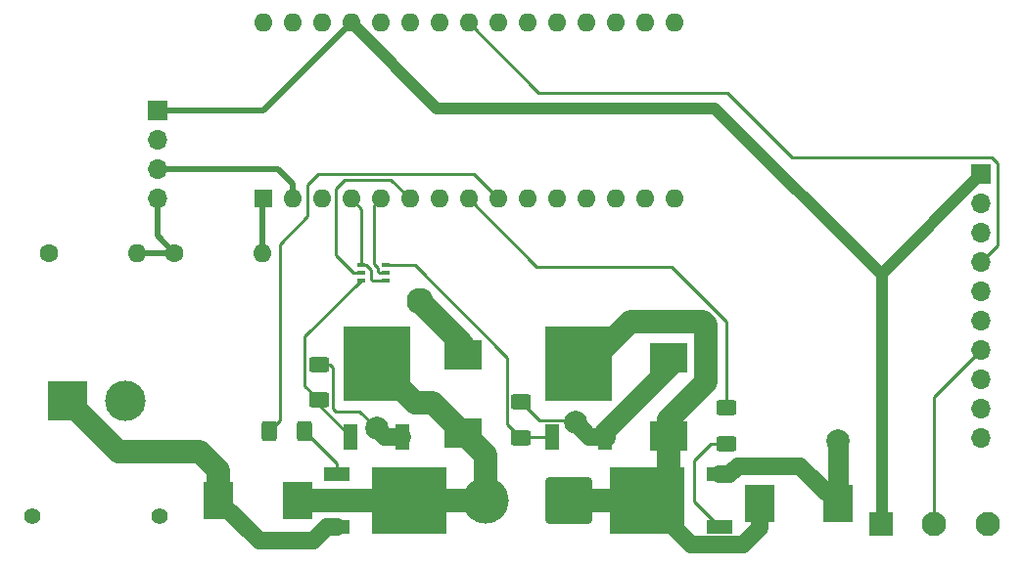
<source format=gbr>
%TF.GenerationSoftware,KiCad,Pcbnew,6.0.7*%
%TF.CreationDate,2023-02-15T11:14:21-05:00*%
%TF.ProjectId,Actuator Driver,41637475-6174-46f7-9220-447269766572,rev?*%
%TF.SameCoordinates,Original*%
%TF.FileFunction,Copper,L1,Top*%
%TF.FilePolarity,Positive*%
%FSLAX46Y46*%
G04 Gerber Fmt 4.6, Leading zero omitted, Abs format (unit mm)*
G04 Created by KiCad (PCBNEW 6.0.7) date 2023-02-15 11:14:21*
%MOMM*%
%LPD*%
G01*
G04 APERTURE LIST*
G04 Aperture macros list*
%AMRoundRect*
0 Rectangle with rounded corners*
0 $1 Rounding radius*
0 $2 $3 $4 $5 $6 $7 $8 $9 X,Y pos of 4 corners*
0 Add a 4 corners polygon primitive as box body*
4,1,4,$2,$3,$4,$5,$6,$7,$8,$9,$2,$3,0*
0 Add four circle primitives for the rounded corners*
1,1,$1+$1,$2,$3*
1,1,$1+$1,$4,$5*
1,1,$1+$1,$6,$7*
1,1,$1+$1,$8,$9*
0 Add four rect primitives between the rounded corners*
20,1,$1+$1,$2,$3,$4,$5,0*
20,1,$1+$1,$4,$5,$6,$7,0*
20,1,$1+$1,$6,$7,$8,$9,0*
20,1,$1+$1,$8,$9,$2,$3,0*%
G04 Aperture macros list end*
%TA.AperFunction,SMDPad,CuDef*%
%ADD10R,2.200000X1.200000*%
%TD*%
%TA.AperFunction,SMDPad,CuDef*%
%ADD11R,6.400000X5.800000*%
%TD*%
%TA.AperFunction,ComponentPad*%
%ADD12C,1.600000*%
%TD*%
%TA.AperFunction,ComponentPad*%
%ADD13O,1.600000X1.600000*%
%TD*%
%TA.AperFunction,SMDPad,CuDef*%
%ADD14RoundRect,0.250000X0.625000X-0.400000X0.625000X0.400000X-0.625000X0.400000X-0.625000X-0.400000X0*%
%TD*%
%TA.AperFunction,SMDPad,CuDef*%
%ADD15R,3.300000X2.500000*%
%TD*%
%TA.AperFunction,SMDPad,CuDef*%
%ADD16R,2.500000X3.300000*%
%TD*%
%TA.AperFunction,ComponentPad*%
%ADD17C,1.400000*%
%TD*%
%TA.AperFunction,ComponentPad*%
%ADD18R,3.500000X3.500000*%
%TD*%
%TA.AperFunction,ComponentPad*%
%ADD19C,3.500000*%
%TD*%
%TA.AperFunction,SMDPad,CuDef*%
%ADD20RoundRect,0.250000X-0.625000X0.400000X-0.625000X-0.400000X0.625000X-0.400000X0.625000X0.400000X0*%
%TD*%
%TA.AperFunction,ComponentPad*%
%ADD21R,1.700000X1.700000*%
%TD*%
%TA.AperFunction,ComponentPad*%
%ADD22O,1.700000X1.700000*%
%TD*%
%TA.AperFunction,ComponentPad*%
%ADD23RoundRect,0.250001X-0.799999X-0.799999X0.799999X-0.799999X0.799999X0.799999X-0.799999X0.799999X0*%
%TD*%
%TA.AperFunction,ComponentPad*%
%ADD24C,2.100000*%
%TD*%
%TA.AperFunction,ComponentPad*%
%ADD25RoundRect,0.250000X1.750000X1.750000X-1.750000X1.750000X-1.750000X-1.750000X1.750000X-1.750000X0*%
%TD*%
%TA.AperFunction,ComponentPad*%
%ADD26C,4.000000*%
%TD*%
%TA.AperFunction,ComponentPad*%
%ADD27R,1.600000X1.600000*%
%TD*%
%TA.AperFunction,SMDPad,CuDef*%
%ADD28R,1.200000X2.200000*%
%TD*%
%TA.AperFunction,SMDPad,CuDef*%
%ADD29R,5.800000X6.400000*%
%TD*%
%TA.AperFunction,SMDPad,CuDef*%
%ADD30RoundRect,0.250000X0.400000X0.625000X-0.400000X0.625000X-0.400000X-0.625000X0.400000X-0.625000X0*%
%TD*%
%TA.AperFunction,SMDPad,CuDef*%
%ADD31R,0.782500X0.355600*%
%TD*%
%TA.AperFunction,ViaPad*%
%ADD32C,2.000000*%
%TD*%
%TA.AperFunction,ViaPad*%
%ADD33C,2.300000*%
%TD*%
%TA.AperFunction,Conductor*%
%ADD34C,0.250000*%
%TD*%
%TA.AperFunction,Conductor*%
%ADD35C,1.500000*%
%TD*%
%TA.AperFunction,Conductor*%
%ADD36C,2.000000*%
%TD*%
%TA.AperFunction,Conductor*%
%ADD37C,1.800000*%
%TD*%
%TA.AperFunction,Conductor*%
%ADD38C,0.500000*%
%TD*%
%TA.AperFunction,Conductor*%
%ADD39C,1.000000*%
%TD*%
G04 APERTURE END LIST*
D10*
%TO.P,Q3,1,G*%
%TO.N,Net-(Q3-Pad1)*%
X166950000Y-132030000D03*
D11*
%TO.P,Q3,2,D*%
%TO.N,Net-(D1-Pad2)*%
X160650000Y-129750000D03*
D10*
%TO.P,Q3,3,S*%
%TO.N,GND*%
X166950000Y-127470000D03*
%TD*%
D12*
%TO.P,R5,1*%
%TO.N,Net-(MD1-Pad)*%
X119790000Y-108300000D03*
D13*
%TO.P,R5,2*%
%TO.N,Net-(A1-Pad1)*%
X127410000Y-108300000D03*
%TD*%
D14*
%TO.P,R1,1*%
%TO.N,Net-(Q1-Pad1)*%
X149750000Y-124300000D03*
%TO.P,R1,2*%
%TO.N,+12V*%
X149750000Y-121200000D03*
%TD*%
D15*
%TO.P,D1,1,K*%
%TO.N,+12V*%
X162500000Y-117350000D03*
%TO.P,D1,2,A*%
%TO.N,Net-(D1-Pad2)*%
X162500000Y-124150000D03*
%TD*%
D16*
%TO.P,D3,1,K*%
%TO.N,Net-(D1-Pad2)*%
X170350000Y-130000000D03*
%TO.P,D3,2,A*%
%TO.N,GND*%
X177150000Y-130000000D03*
%TD*%
D17*
%TO.P,PWRIN,*%
%TO.N,*%
X107500000Y-131075000D03*
X118500000Y-131075000D03*
D18*
%TO.P,PWRIN,1*%
%TO.N,GND*%
X110500000Y-121075000D03*
D19*
%TO.P,PWRIN,2*%
%TO.N,+12V*%
X115500000Y-121075000D03*
%TD*%
D15*
%TO.P,D2,1,K*%
%TO.N,+12V*%
X144750000Y-117100000D03*
%TO.P,D2,2,A*%
%TO.N,Net-(D2-Pad2)*%
X144750000Y-123900000D03*
%TD*%
D12*
%TO.P,R6,1*%
%TO.N,GND*%
X108890000Y-108300000D03*
D13*
%TO.P,R6,2*%
%TO.N,Net-(MD1-Pad)*%
X116510000Y-108300000D03*
%TD*%
D20*
%TO.P,R2,1*%
%TO.N,+12V*%
X132250000Y-117950000D03*
%TO.P,R2,2*%
%TO.N,Net-(Q2-Pad1)*%
X132250000Y-121050000D03*
%TD*%
D21*
%TO.P,Transmitter,1*%
%TO.N,Net-(A1-Pad27)*%
X118320000Y-95940000D03*
D22*
%TO.P,Transmitter,2*%
%TO.N,GND*%
X118320000Y-98480000D03*
%TO.P,Transmitter,3*%
%TO.N,Net-(A1-Pad2)*%
X118320000Y-101020000D03*
%TO.P,Transmitter,4*%
%TO.N,Net-(MD1-Pad)*%
X118320000Y-103560000D03*
%TD*%
D20*
%TO.P,R3,1*%
%TO.N,Net-(A1-Pad8)*%
X167500000Y-121700000D03*
%TO.P,R3,2*%
%TO.N,Net-(Q3-Pad1)*%
X167500000Y-124800000D03*
%TD*%
D23*
%TO.P,RV1,1,1*%
%TO.N,Net-(A1-Pad27)*%
X180900000Y-131750000D03*
D24*
%TO.P,RV1,2,2*%
%TO.N,Net-(MD2-Pad7)*%
X185500000Y-131750000D03*
%TO.P,RV1,3,3*%
%TO.N,GND*%
X190100000Y-131750000D03*
%TD*%
D25*
%TO.P,M1,1,+*%
%TO.N,Net-(D1-Pad2)*%
X153850000Y-129750000D03*
D26*
%TO.P,M1,2,-*%
%TO.N,Net-(D2-Pad2)*%
X146650000Y-129750000D03*
%TD*%
D27*
%TO.P,A1,1,TX1*%
%TO.N,Net-(A1-Pad1)*%
X127450000Y-103610000D03*
D13*
%TO.P,A1,2,RX1*%
%TO.N,Net-(A1-Pad2)*%
X129990000Y-103610000D03*
%TO.P,A1,3,~{RESET}*%
%TO.N,unconnected-(A1-Pad3)*%
X132530000Y-103610000D03*
%TO.P,A1,4,GND*%
%TO.N,GND*%
X135070000Y-103610000D03*
%TO.P,A1,5,D2*%
%TO.N,Net-(A1-Pad5)*%
X137610000Y-103610000D03*
%TO.P,A1,6,D3*%
%TO.N,Net-(A1-Pad6)*%
X140150000Y-103610000D03*
%TO.P,A1,7,D4*%
%TO.N,unconnected-(A1-Pad7)*%
X142690000Y-103610000D03*
%TO.P,A1,8,D5*%
%TO.N,Net-(A1-Pad8)*%
X145230000Y-103610000D03*
%TO.P,A1,9,D6*%
%TO.N,Net-(A1-Pad9)*%
X147770000Y-103610000D03*
%TO.P,A1,10,D7*%
%TO.N,unconnected-(A1-Pad10)*%
X150310000Y-103610000D03*
%TO.P,A1,11,D8*%
%TO.N,unconnected-(A1-Pad11)*%
X152850000Y-103610000D03*
%TO.P,A1,12,D9*%
%TO.N,unconnected-(A1-Pad12)*%
X155390000Y-103610000D03*
%TO.P,A1,13,D10*%
%TO.N,unconnected-(A1-Pad13)*%
X157930000Y-103610000D03*
%TO.P,A1,14,MOSI*%
%TO.N,unconnected-(A1-Pad14)*%
X160470000Y-103610000D03*
%TO.P,A1,15,MISO*%
%TO.N,unconnected-(A1-Pad15)*%
X163010000Y-103610000D03*
%TO.P,A1,16,SCK*%
%TO.N,unconnected-(A1-Pad16)*%
X163010000Y-88370000D03*
%TO.P,A1,17,3V3*%
%TO.N,unconnected-(A1-Pad17)*%
X160470000Y-88370000D03*
%TO.P,A1,18,AREF*%
%TO.N,unconnected-(A1-Pad18)*%
X157930000Y-88370000D03*
%TO.P,A1,19,A0*%
%TO.N,unconnected-(A1-Pad19)*%
X155390000Y-88370000D03*
%TO.P,A1,20,A1*%
%TO.N,unconnected-(A1-Pad20)*%
X152850000Y-88370000D03*
%TO.P,A1,21,A2*%
%TO.N,unconnected-(A1-Pad21)*%
X150310000Y-88370000D03*
%TO.P,A1,22,A3*%
%TO.N,unconnected-(A1-Pad22)*%
X147770000Y-88370000D03*
%TO.P,A1,23,SDA/A4*%
%TO.N,Net-(A1-Pad23)*%
X145230000Y-88370000D03*
%TO.P,A1,24,SCL/A5*%
%TO.N,Net-(A1-Pad24)*%
X142690000Y-88370000D03*
%TO.P,A1,25,A6*%
%TO.N,unconnected-(A1-Pad25)*%
X140150000Y-88370000D03*
%TO.P,A1,26,A7*%
%TO.N,unconnected-(A1-Pad26)*%
X137610000Y-88370000D03*
%TO.P,A1,27,+5V*%
%TO.N,Net-(A1-Pad27)*%
X135070000Y-88370000D03*
%TO.P,A1,28,~{RESET}*%
%TO.N,unconnected-(A1-Pad28)*%
X132530000Y-88370000D03*
%TO.P,A1,29,GND*%
%TO.N,GND*%
X129990000Y-88370000D03*
%TO.P,A1,30,VIN*%
%TO.N,+12V*%
X127450000Y-88370000D03*
%TD*%
D28*
%TO.P,Q2,1,G*%
%TO.N,Net-(Q2-Pad1)*%
X134970000Y-124200000D03*
D29*
%TO.P,Q2,2,D*%
%TO.N,Net-(D2-Pad2)*%
X137250000Y-117900000D03*
D28*
%TO.P,Q2,3,S*%
%TO.N,+12V*%
X139530000Y-124200000D03*
%TD*%
D30*
%TO.P,R4,1*%
%TO.N,Net-(Q4-Pad1)*%
X131050000Y-123750000D03*
%TO.P,R4,2*%
%TO.N,Net-(A1-Pad9)*%
X127950000Y-123750000D03*
%TD*%
D21*
%TO.P,MD2,1,VDD*%
%TO.N,Net-(A1-Pad27)*%
X189525000Y-101500000D03*
D22*
%TO.P,MD2,2,GND*%
%TO.N,GND*%
X189525000Y-104040000D03*
%TO.P,MD2,3,SCL*%
%TO.N,Net-(A1-Pad24)*%
X189525000Y-106580000D03*
%TO.P,MD2,4,SDA*%
%TO.N,Net-(A1-Pad23)*%
X189525000Y-109120000D03*
%TO.P,MD2,5,ADDR*%
%TO.N,unconnected-(MD2-Pad5)*%
X189525000Y-111660000D03*
%TO.P,MD2,6,ALERT*%
%TO.N,unconnected-(MD2-Pad6)*%
X189525000Y-114200000D03*
%TO.P,MD2,7,A0*%
%TO.N,Net-(MD2-Pad7)*%
X189525000Y-116740000D03*
%TO.P,MD2,8,A1*%
%TO.N,GND*%
X189525000Y-119280000D03*
%TO.P,MD2,9,A2*%
%TO.N,unconnected-(MD2-Pad9)*%
X189525000Y-121820000D03*
%TO.P,MD2,10,A3*%
%TO.N,unconnected-(MD2-Pad10)*%
X189525000Y-124360000D03*
%TD*%
D16*
%TO.P,D4,1,K*%
%TO.N,Net-(D2-Pad2)*%
X130400000Y-129750000D03*
%TO.P,D4,2,A*%
%TO.N,GND*%
X123600000Y-129750000D03*
%TD*%
D28*
%TO.P,Q1,1,G*%
%TO.N,Net-(Q1-Pad1)*%
X152470000Y-124200000D03*
D29*
%TO.P,Q1,2,D*%
%TO.N,Net-(D1-Pad2)*%
X154750000Y-117900000D03*
D28*
%TO.P,Q1,3,S*%
%TO.N,+12V*%
X157030000Y-124200000D03*
%TD*%
D10*
%TO.P,Q4,1,G*%
%TO.N,Net-(Q4-Pad1)*%
X133800000Y-127470000D03*
D11*
%TO.P,Q4,2,D*%
%TO.N,Net-(D2-Pad2)*%
X140100000Y-129750000D03*
D10*
%TO.P,Q4,3,S*%
%TO.N,GND*%
X133800000Y-132030000D03*
%TD*%
D31*
%TO.P,U1,1,1*%
%TO.N,GND*%
X138064349Y-110649999D03*
%TO.P,U1,2,2*%
%TO.N,Net-(A1-Pad5)*%
X138064349Y-110000000D03*
%TO.P,U1,3,3*%
%TO.N,Net-(Q1-Pad1)*%
X138064349Y-109350001D03*
%TO.P,U1,4,4*%
%TO.N,GND*%
X135935651Y-109350001D03*
%TO.P,U1,5,5*%
%TO.N,Net-(A1-Pad6)*%
X135935651Y-110000000D03*
%TO.P,U1,6,6*%
%TO.N,Net-(Q2-Pad1)*%
X135935651Y-110649999D03*
%TD*%
D32*
%TO.N,GND*%
X177150000Y-124590000D03*
%TO.N,+12V*%
X137250000Y-123500000D03*
D33*
X141000000Y-112500000D03*
D32*
X154500000Y-123000000D03*
%TD*%
D34*
%TO.N,GND*%
X136899999Y-110649999D02*
X138064349Y-110649999D01*
X135935651Y-104475651D02*
X135070000Y-103610000D01*
X136350001Y-109350001D02*
X136750000Y-109750000D01*
D35*
X173900000Y-126750000D02*
X177150000Y-130000000D01*
X167780000Y-127470000D02*
X168500000Y-126750000D01*
X166950000Y-127470000D02*
X167780000Y-127470000D01*
X127100000Y-133250000D02*
X123600000Y-129750000D01*
D36*
X123600000Y-127100000D02*
X122000000Y-125500000D01*
D34*
X135935651Y-109350001D02*
X136350001Y-109350001D01*
X135935651Y-109350001D02*
X135935651Y-104475651D01*
D37*
X177150000Y-124590000D02*
X177150000Y-130000000D01*
D35*
X132970000Y-132030000D02*
X131750000Y-133250000D01*
X133800000Y-132030000D02*
X132970000Y-132030000D01*
X168500000Y-126750000D02*
X173900000Y-126750000D01*
D36*
X114925000Y-125500000D02*
X110500000Y-121075000D01*
D34*
X136750000Y-110500000D02*
X136899999Y-110649999D01*
D35*
X131750000Y-133250000D02*
X127100000Y-133250000D01*
D36*
X122000000Y-125500000D02*
X114925000Y-125500000D01*
X123600000Y-129750000D02*
X123600000Y-127100000D01*
D34*
X136750000Y-109750000D02*
X136750000Y-110500000D01*
%TO.N,Net-(A1-Pad5)*%
X137348099Y-109852801D02*
X137348099Y-109598099D01*
X137000000Y-104220000D02*
X137610000Y-103610000D01*
X137495298Y-110000000D02*
X137348099Y-109852801D01*
X137000000Y-109250000D02*
X137000000Y-104220000D01*
X137348099Y-109598099D02*
X137000000Y-109250000D01*
X138064349Y-110000000D02*
X137495298Y-110000000D01*
%TO.N,Net-(A1-Pad6)*%
X135294401Y-110000000D02*
X133750000Y-108455599D01*
X135935651Y-110000000D02*
X135294401Y-110000000D01*
X133750000Y-102750000D02*
X134526443Y-101973557D01*
X134526443Y-101973557D02*
X138513557Y-101973557D01*
X138513557Y-101973557D02*
X140150000Y-103610000D01*
X133750000Y-108455599D02*
X133750000Y-102750000D01*
D38*
%TO.N,Net-(A1-Pad1)*%
X127410000Y-103650000D02*
X127450000Y-103610000D01*
X127410000Y-108300000D02*
X127410000Y-103650000D01*
D34*
%TO.N,Net-(A1-Pad8)*%
X167500000Y-121700000D02*
X167500000Y-114250000D01*
X167500000Y-114250000D02*
X162750000Y-109500000D01*
X151120000Y-109500000D02*
X145230000Y-103610000D01*
X162750000Y-109500000D02*
X151120000Y-109500000D01*
D38*
%TO.N,Net-(A1-Pad2)*%
X118320000Y-101020000D02*
X128720000Y-101020000D01*
X129990000Y-102290000D02*
X129990000Y-103610000D01*
X128720000Y-101020000D02*
X129990000Y-102290000D01*
D34*
%TO.N,Net-(A1-Pad9)*%
X145660000Y-101500000D02*
X147770000Y-103610000D01*
X127950000Y-123750000D02*
X128865000Y-122835000D01*
X131300000Y-102400000D02*
X132200000Y-101500000D01*
X128865000Y-107535000D02*
X131300000Y-105100000D01*
X131300000Y-105100000D02*
X131300000Y-102400000D01*
X128865000Y-122835000D02*
X128865000Y-107535000D01*
X132200000Y-101500000D02*
X145660000Y-101500000D01*
D39*
%TO.N,Net-(A1-Pad27)*%
X135070000Y-88370000D02*
X142450000Y-95750000D01*
X166500000Y-95750000D02*
X180940000Y-110190000D01*
X180940000Y-110085000D02*
X189525000Y-101500000D01*
X180940000Y-110190000D02*
X180940000Y-112190000D01*
X180940000Y-124540000D02*
X180940000Y-131290000D01*
X180940000Y-112190000D02*
X180940000Y-124540000D01*
D38*
X118320000Y-95940000D02*
X127500000Y-95940000D01*
X127500000Y-95940000D02*
X135070000Y-88370000D01*
D39*
X142450000Y-95750000D02*
X166500000Y-95750000D01*
X180940000Y-110190000D02*
X180940000Y-110085000D01*
D35*
%TO.N,+12V*%
X137950000Y-124200000D02*
X137250000Y-123500000D01*
D37*
X157030000Y-123720000D02*
X162500000Y-118250000D01*
D35*
X157030000Y-124200000D02*
X155700000Y-124200000D01*
D34*
X154275000Y-122775000D02*
X154500000Y-123000000D01*
D37*
X162500000Y-118250000D02*
X162500000Y-117350000D01*
D35*
X155700000Y-124200000D02*
X154500000Y-123000000D01*
X139530000Y-124200000D02*
X137950000Y-124200000D01*
D34*
X133500000Y-118250000D02*
X133200000Y-117950000D01*
X149750000Y-121200000D02*
X151325000Y-122775000D01*
D37*
X157030000Y-124200000D02*
X157030000Y-123720000D01*
D34*
X151325000Y-122775000D02*
X154275000Y-122775000D01*
X133750000Y-122000000D02*
X133500000Y-121750000D01*
X133200000Y-117950000D02*
X132250000Y-117950000D01*
X133500000Y-121750000D02*
X133500000Y-118250000D01*
X137250000Y-123500000D02*
X135750000Y-122000000D01*
D36*
X144750000Y-117100000D02*
X144750000Y-116250000D01*
D34*
X135750000Y-122000000D02*
X133750000Y-122000000D01*
D36*
X144750000Y-116250000D02*
X141000000Y-112500000D01*
%TO.N,Net-(D1-Pad2)*%
X155300000Y-117350000D02*
X154750000Y-117900000D01*
X165750000Y-114500000D02*
X165750000Y-119500000D01*
D35*
X164480000Y-133580000D02*
X160650000Y-129750000D01*
X170350000Y-132150000D02*
X168920000Y-133580000D01*
D36*
X159250000Y-114250000D02*
X165500000Y-114250000D01*
X165750000Y-119500000D02*
X162500000Y-122750000D01*
X162500000Y-124150000D02*
X162500000Y-127900000D01*
X155600000Y-117900000D02*
X159250000Y-114250000D01*
X162500000Y-127900000D02*
X160650000Y-129750000D01*
X165500000Y-114250000D02*
X165750000Y-114500000D01*
D35*
X170350000Y-130000000D02*
X170350000Y-132150000D01*
D36*
X160650000Y-129750000D02*
X153850000Y-129750000D01*
X154750000Y-117900000D02*
X155600000Y-117900000D01*
D35*
X168920000Y-133580000D02*
X164480000Y-133580000D01*
D36*
%TO.N,Net-(D2-Pad2)*%
X140100000Y-129750000D02*
X146650000Y-129750000D01*
X140600000Y-121250000D02*
X138805635Y-119455635D01*
X146650000Y-129750000D02*
X146650000Y-125800000D01*
X146650000Y-125800000D02*
X144750000Y-123900000D01*
X142100000Y-121250000D02*
X140600000Y-121250000D01*
X130400000Y-129750000D02*
X140100000Y-129750000D01*
X144750000Y-123900000D02*
X142100000Y-121250000D01*
D34*
%TO.N,Net-(Q1-Pad1)*%
X148550000Y-123100000D02*
X149750000Y-124300000D01*
X148550000Y-117350000D02*
X148550000Y-123100000D01*
X152470000Y-124200000D02*
X149850000Y-124200000D01*
X138064349Y-109350001D02*
X140550001Y-109350001D01*
X149850000Y-124200000D02*
X149750000Y-124300000D01*
X140550001Y-109350001D02*
X148550000Y-117350000D01*
%TO.N,Net-(Q2-Pad1)*%
X131050000Y-115535650D02*
X131050000Y-119850000D01*
X135935651Y-110649999D02*
X131050000Y-115535650D01*
X131050000Y-119850000D02*
X132250000Y-121050000D01*
X132250000Y-121480000D02*
X134970000Y-124200000D01*
X132250000Y-121050000D02*
X132250000Y-121480000D01*
%TO.N,Net-(Q3-Pad1)*%
X166200000Y-124800000D02*
X164750000Y-126250000D01*
X164750000Y-126250000D02*
X164750000Y-129830000D01*
X167500000Y-124800000D02*
X166200000Y-124800000D01*
X164750000Y-129830000D02*
X166950000Y-132030000D01*
%TO.N,Net-(Q4-Pad1)*%
X133800000Y-126500000D02*
X133800000Y-127470000D01*
X131050000Y-123750000D02*
X133800000Y-126500000D01*
%TO.N,Net-(A1-Pad23)*%
X173200000Y-100000000D02*
X167600000Y-94400000D01*
X191000000Y-107645000D02*
X191000000Y-100500000D01*
X190500000Y-100000000D02*
X173200000Y-100000000D01*
X167600000Y-94400000D02*
X151260000Y-94400000D01*
X191000000Y-100500000D02*
X190500000Y-100000000D01*
X151260000Y-94400000D02*
X145230000Y-88370000D01*
X189525000Y-109120000D02*
X191000000Y-107645000D01*
D38*
%TO.N,Net-(MD1-Pad)*%
X118320000Y-103560000D02*
X118320000Y-106830000D01*
X116510000Y-108300000D02*
X119790000Y-108300000D01*
X118320000Y-106830000D02*
X119790000Y-108300000D01*
D34*
%TO.N,Net-(MD2-Pad7)*%
X185500000Y-120765000D02*
X189525000Y-116740000D01*
X185500000Y-131750000D02*
X185500000Y-120765000D01*
%TD*%
M02*

</source>
